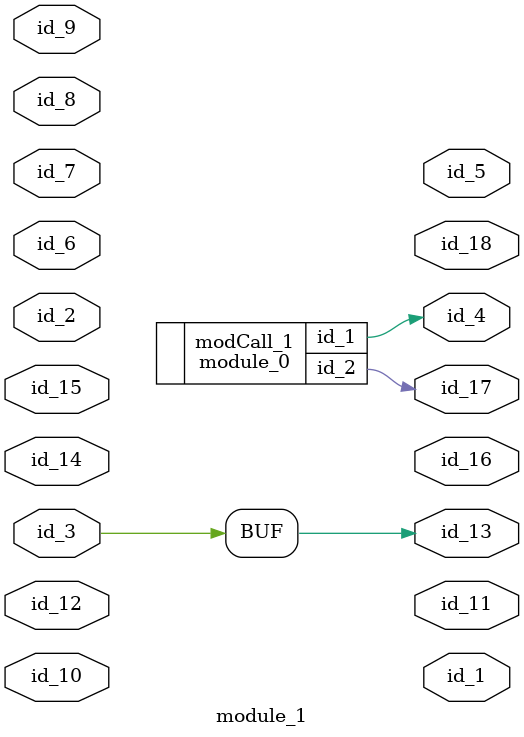
<source format=v>
module module_0 (
    id_1,
    id_2
);
  output wire id_2;
  output wire id_1;
  initial begin : LABEL_0
    id_1 = 1;
  end
endmodule
module module_1 (
    id_1,
    id_2,
    id_3,
    id_4,
    id_5,
    id_6,
    id_7,
    id_8,
    id_9,
    id_10,
    id_11,
    id_12,
    id_13,
    id_14,
    id_15,
    id_16,
    id_17,
    id_18
);
  output wire id_18;
  output wire id_17;
  output wire id_16;
  input wire id_15;
  inout wire id_14;
  output wire id_13;
  inout wire id_12;
  output wire id_11;
  inout wire id_10;
  input wire id_9;
  input wire id_8;
  input wire id_7;
  inout wire id_6;
  output wire id_5;
  output wire id_4;
  inout wire id_3;
  inout wire id_2;
  output wire id_1;
  assign id_13 = id_3;
  module_0 modCall_1 (
      id_4,
      id_17
  );
endmodule

</source>
